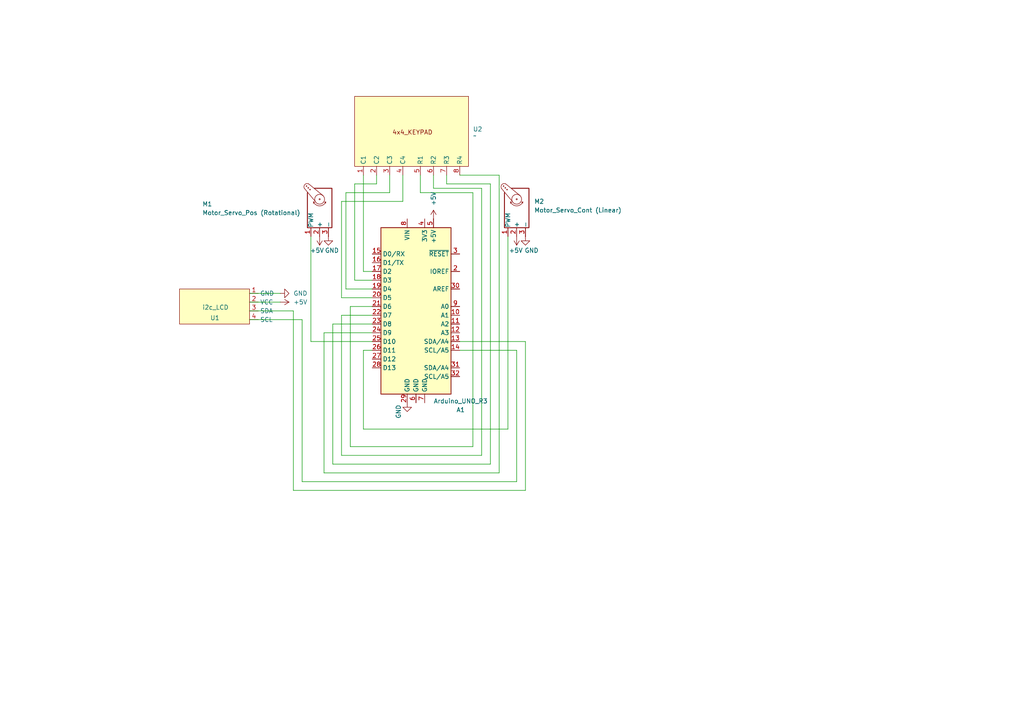
<source format=kicad_sch>
(kicad_sch (version 20250114) (generator "eeschema") (generator_version "9.0")
  (paper "A4")
  (lib_symbols
    (symbol "4x4_keypad:4x4_keypad"
      (property "Reference" "U" (at -13.462 11.938 0))
      (symbol "4x4_keypad_1_1"
        (rectangle (start -16.51 10.16) (end 16.51 -10.16) (fill (type background)))
        (text "4x4_KEYPAD" (at 0.254 -0.254 0) (effects (font (size 1.27 1.27))))
        (pin output line (at -13.97 -12.7 90) (length 2.54) (name "C1") (number "1"))
        (pin output line (at -10.16 -12.7 90) (length 2.54) (name "C2") (number "2"))
        (pin output line (at -6.35 -12.7 90) (length 2.54) (name "C3") (number "3"))
        (pin output line (at -2.54 -12.7 90) (length 2.54) (name "C4") (number "4"))
        (pin output line (at 2.54 -12.7 90) (length 2.54) (name "R1") (number "5"))
        (pin output line (at 6.35 -12.7 90) (length 2.54) (name "R2") (number "6"))
        (pin output line (at 10.16 -12.7 90) (length 2.54) (name "R3") (number "7"))
        (pin output line (at 13.97 -12.7 90) (length 2.54) (name "R4") (number "8"))
      )
    )
    (symbol "MCU_Module:Arduino_UNO_R3"
      (property "Reference" "A" (at -10.16 23.495 0))
      (property "Value" "Arduino_UNO_R3" (at 5.08 -26.67 0))
      (symbol "Arduino_UNO_R3_0_1"
        (rectangle (start -10.16 22.86) (end 10.16 -25.4) (stroke (width 0.254)) (fill (type background)))
      )
      (symbol "Arduino_UNO_R3_1_1"
        (pin bidirectional line (at -12.7 15.24 0) (length 2.54) (name "D0/RX") (number "15"))
        (pin bidirectional line (at -12.7 12.7 0) (length 2.54) (name "D1/TX") (number "16"))
        (pin bidirectional line (at -12.7 10.16 0) (length 2.54) (name "D2") (number "17"))
        (pin bidirectional line (at -12.7 7.62 0) (length 2.54) (name "D3") (number "18"))
        (pin bidirectional line (at -12.7 5.08 0) (length 2.54) (name "D4") (number "19"))
        (pin bidirectional line (at -12.7 2.54 0) (length 2.54) (name "D5") (number "20"))
        (pin bidirectional line (at -12.7 0 0) (length 2.54) (name "D6") (number "21"))
        (pin bidirectional line (at -12.7 -2.54 0) (length 2.54) (name "D7") (number "22"))
        (pin bidirectional line (at -12.7 -5.08 0) (length 2.54) (name "D8") (number "23"))
        (pin bidirectional line (at -12.7 -7.62 0) (length 2.54) (name "D9") (number "24"))
        (pin bidirectional line (at -12.7 -10.16 0) (length 2.54) (name "D10") (number "25"))
        (pin bidirectional line (at -12.7 -12.7 0) (length 2.54) (name "D11") (number "26"))
        (pin bidirectional line (at -12.7 -15.24 0) (length 2.54) (name "D12") (number "27"))
        (pin bidirectional line (at -12.7 -17.78 0) (length 2.54) (name "D13") (number "28"))
        (pin no_connect line (at -10.16 -20.32 0) (length 2.54) (hide yes) (name "NC") (number "1"))
        (pin power_in line (at -2.54 25.4 270) (length 2.54) (name "VIN") (number "8"))
        (pin power_in line (at -2.54 -27.94 90) (length 2.54) (name "GND") (number "29"))
        (pin power_in line (at 0 -27.94 90) (length 2.54) (name "GND") (number "6"))
        (pin power_out line (at 2.54 25.4 270) (length 2.54) (name "3V3") (number "4"))
        (pin power_in line (at 2.54 -27.94 90) (length 2.54) (name "GND") (number "7"))
        (pin power_out line (at 5.08 25.4 270) (length 2.54) (name "+5V") (number "5"))
        (pin input line (at 12.7 15.24 180) (length 2.54) (name "~{RESET}") (number "3"))
        (pin output line (at 12.7 10.16 180) (length 2.54) (name "IOREF") (number "2"))
        (pin input line (at 12.7 5.08 180) (length 2.54) (name "AREF") (number "30"))
        (pin bidirectional line (at 12.7 0 180) (length 2.54) (name "A0") (number "9"))
        (pin bidirectional line (at 12.7 -2.54 180) (length 2.54) (name "A1") (number "10"))
        (pin bidirectional line (at 12.7 -5.08 180) (length 2.54) (name "A2") (number "11"))
        (pin bidirectional line (at 12.7 -7.62 180) (length 2.54) (name "A3") (number "12"))
        (pin bidirectional line (at 12.7 -10.16 180) (length 2.54) (name "SDA/A4") (number "13"))
        (pin bidirectional line (at 12.7 -12.7 180) (length 2.54) (name "SCL/A5") (number "14"))
        (pin bidirectional line (at 12.7 -17.78 180) (length 2.54) (name "SDA/A4") (number "31"))
        (pin bidirectional line (at 12.7 -20.32 180) (length 2.54) (name "SCL/A5") (number "32"))
      )
    )
    (symbol "Motor:Motor_Servo" (pin_names (offset 0.0254))
      (property "Reference" "M" (at -5.08 4.445 0))
      (property "Value" "Motor_Servo" (at -5.08 -4.064 0))
      (symbol "Motor_Servo_0_1"
        (polyline (pts (xy 2.413 1.778) (xy 1.905 1.778)))
        (polyline (pts (xy 2.413 1.778) (xy 2.286 1.397)))
        (polyline (pts (xy 2.413 -1.778) (xy 2.032 -1.778)))
        (polyline (pts (xy 2.413 -1.778) (xy 2.286 -1.397)))
        (arc (start 2.413 -1.778) (mid 1.2406 0) (end 2.413 1.778))
        (circle (center 3.175 0) (radius 0.1778))
        (circle (center 3.175 0) (radius 1.4224))
        (polyline (pts (xy 5.08 3.556) (xy -5.08 3.556) (xy -5.08 -3.556) (xy 6.35 -3.556) (xy 6.35 1.524)) (stroke (width 0.254)))
        (circle (center 5.969 2.794) (radius 0.127))
        (polyline (pts (xy 6.35 4.445) (xy 2.54 1.27)))
        (circle (center 6.477 3.302) (radius 0.127))
        (arc (start 6.35 4.445) (mid 7.4487 4.2737) (end 7.62 3.175))
        (circle (center 6.985 3.81) (radius 0.127))
        (polyline (pts (xy 7.62 3.175) (xy 4.191 -1.016)))
      )
      (symbol "Motor_Servo_1_1"
        (pin passive line (at -7.62 2.54 0) (length 2.54) (name "PWM") (number "1"))
        (pin passive line (at -7.62 0 0) (length 2.54) (name "+") (number "2"))
        (pin passive line (at -7.62 -2.54 0) (length 2.54) (name "-") (number "3"))
      )
    )
    (symbol "i2c_LCD:i2c_LCD"
      (property "Reference" "U" (at 0 3.556 0))
      (property "Value" "i2c_LCD" (at 0 0 0))
      (symbol "i2c_LCD_1_1"
        (rectangle (start -10.16 5.08) (end 10.16 -5.08) (fill (type background)))
        (pin input line (at 10.16 3.81 0) (length 2.54) (name "GND") (number "1"))
        (pin input line (at 10.16 1.27 0) (length 2.54) (name "VCC") (number "2"))
        (pin input line (at 10.16 -1.27 0) (length 2.54) (name "SDA") (number "3"))
        (pin input line (at 10.16 -3.81 0) (length 2.54) (name "SCL") (number "4"))
      )
    )
    (symbol "power:+5V" (power) (pin_numbers (hide yes)) (pin_names (offset 0) (hide yes))
      (property "Value" "+5V" (at 0 3.556 0))
      (symbol "+5V_0_1"
        (polyline (pts (xy -0.762 1.27) (xy 0 2.54)))
        (polyline (pts (xy 0 2.54) (xy 0.762 1.27)))
        (polyline (pts (xy 0 0) (xy 0 2.54)))
      )
      (symbol "+5V_1_1"
        (pin power_in line (at 0 0 90) (length 0) (name "~") (number "1"))
      )
    )
    (symbol "power:GND" (power) (pin_numbers (hide yes)) (pin_names (offset 0) (hide yes))
      (property "Value" "GND" (at 0 -3.81 0))
      (symbol "GND_0_1"
        (polyline (pts (xy 0 0) (xy 0 -1.27) (xy 1.27 -1.27) (xy 0 -2.54) (xy -1.27 -1.27) (xy 0 -1.27)))
      )
      (symbol "GND_1_1"
        (pin power_in line (at 0 0 270) (length 0) (name "~") (number "1"))
      )
    )
  )
  (wire (pts (xy 142.24 53.34) (xy 142.24 134.62)))
  (wire (pts (xy 105.41 124.46) (xy 105.41 101.6)))
  (wire (pts (xy 133.35 99.06) (xy 152.4 99.06)))
  (wire (pts (xy 147.32 124.46) (xy 105.41 124.46)))
  (wire (pts (xy 105.41 101.6) (xy 107.95 101.6)))
  (wire (pts (xy 109.22 50.8) (xy 109.22 53.34)))
  (wire (pts (xy 139.7 54.61) (xy 139.7 132.08)))
  (wire (pts (xy 116.84 58.42) (xy 99.06 58.42)))
  (wire (pts (xy 72.39 85.09) (xy 81.28 85.09)))
  (wire (pts (xy 139.7 132.08) (xy 99.06 132.08)))
  (wire (pts (xy 129.54 53.34) (xy 142.24 53.34)))
  (wire (pts (xy 96.52 134.62) (xy 96.52 93.98)))
  (wire (pts (xy 121.92 50.8) (xy 121.92 55.88)))
  (wire (pts (xy 99.06 86.36) (xy 107.95 86.36)))
  (wire (pts (xy 85.09 142.24) (xy 85.09 90.17)))
  (wire (pts (xy 90.17 99.06) (xy 107.95 99.06)))
  (wire (pts (xy 116.84 50.8) (xy 116.84 58.42)))
  (wire (pts (xy 93.98 96.52) (xy 107.95 96.52)))
  (wire (pts (xy 152.4 142.24) (xy 85.09 142.24)))
  (wire (pts (xy 87.63 139.7) (xy 149.86 139.7)))
  (wire (pts (xy 99.06 58.42) (xy 99.06 86.36)))
  (wire (pts (xy 85.09 90.17) (xy 72.39 90.17)))
  (wire (pts (xy 144.78 50.8) (xy 144.78 137.16)))
  (wire (pts (xy 72.39 92.71) (xy 87.63 92.71)))
  (wire (pts (xy 129.54 50.8) (xy 129.54 53.34)))
  (wire (pts (xy 90.17 68.58) (xy 90.17 99.06)))
  (wire (pts (xy 113.03 50.8) (xy 113.03 55.88)))
  (wire (pts (xy 105.41 50.8) (xy 105.41 78.74)))
  (wire (pts (xy 142.24 134.62) (xy 96.52 134.62)))
  (wire (pts (xy 137.16 129.54) (xy 101.6 129.54)))
  (wire (pts (xy 149.86 101.6) (xy 133.35 101.6)))
  (wire (pts (xy 149.86 139.7) (xy 149.86 101.6)))
  (wire (pts (xy 100.33 83.82) (xy 107.95 83.82)))
  (wire (pts (xy 113.03 55.88) (xy 100.33 55.88)))
  (wire (pts (xy 125.73 50.8) (xy 125.73 54.61)))
  (wire (pts (xy 99.06 91.44) (xy 107.95 91.44)))
  (wire (pts (xy 100.33 55.88) (xy 100.33 83.82)))
  (wire (pts (xy 125.73 54.61) (xy 139.7 54.61)))
  (wire (pts (xy 99.06 132.08) (xy 99.06 91.44)))
  (wire (pts (xy 147.32 68.58) (xy 147.32 124.46)))
  (wire (pts (xy 121.92 55.88) (xy 137.16 55.88)))
  (wire (pts (xy 102.87 53.34) (xy 102.87 81.28)))
  (wire (pts (xy 96.52 93.98) (xy 107.95 93.98)))
  (wire (pts (xy 87.63 92.71) (xy 87.63 139.7)))
  (wire (pts (xy 102.87 81.28) (xy 107.95 81.28)))
  (wire (pts (xy 137.16 55.88) (xy 137.16 129.54)))
  (wire (pts (xy 152.4 99.06) (xy 152.4 142.24)))
  (wire (pts (xy 105.41 78.74) (xy 107.95 78.74)))
  (wire (pts (xy 72.39 87.63) (xy 81.28 87.63)))
  (wire (pts (xy 101.6 129.54) (xy 101.6 88.9)))
  (wire (pts (xy 101.6 88.9) (xy 107.95 88.9)))
  (wire (pts (xy 109.22 53.34) (xy 102.87 53.34)))
  (wire (pts (xy 144.78 137.16) (xy 93.98 137.16)))
  (wire (pts (xy 93.98 137.16) (xy 93.98 96.52)))
  (wire (pts (xy 133.35 50.8) (xy 144.78 50.8)))
  (symbol (lib_id "Motor:Motor_Servo") (at 149.86 60.96 90) (unit 1)
    (property "Reference" "M2" (at 154.94 58.4338 90) (effects (justify right)))
    (property "Value" "Motor_Servo_Cont (Linear)" (at 154.94 60.9738 90) (effects (justify right)))
    (property "Footprint" "Servo:3-Pin Servo" (effects (hide yes)))
    (property "Datasheet" "http://forums.parallax.com/uploads/attachments/46831/74481.png" (effects (hide yes)))
    (property "Description" "Servo Motor (Futaba, HiTec, JR connector)" (effects (hide yes)))
  )
  (symbol (lib_id "power:+5V") (at 92.71 68.58 180) (unit 1)
    (property "Reference" "#PWR02" (effects (hide yes)))
    (property "Value" "+5V" (at 91.948 72.644 0))
    (property "Description" "Power symbol creates a global label with name \"+5V\"" (effects (hide yes)))
  )
  (symbol (lib_id "Motor:Motor_Servo") (at 92.71 60.96 90) (unit 1)
    (property "Reference" "M1" (at 58.674 59.182 90) (effects (justify right)))
    (property "Value" "Motor_Servo_Pos (Rotational)" (at 58.674 61.722 90) (effects (justify right)))
    (property "Footprint" "Servo:3-Pin Servo" (effects (hide yes)))
    (property "Datasheet" "http://forums.parallax.com/uploads/attachments/46831/74481.png" (effects (hide yes)))
    (property "Description" "Servo Motor (Futaba, HiTec, JR connector)" (effects (hide yes)))
  )
  (symbol (lib_id "power:+5V") (at 149.86 68.58 180) (unit 1)
    (property "Reference" "#PWR03" (effects (hide yes)))
    (property "Value" "+5V" (at 149.606 72.644 0))
    (property "Description" "Power symbol creates a global label with name \"+5V\"" (effects (hide yes)))
  )
  (symbol (lib_id "power:GND") (at 118.11 116.84 0) (unit 1)
    (property "Reference" "#PWR08" (effects (hide yes)))
    (property "Value" "GND" (at 115.57 117.348 90) (effects (justify right)))
    (property "Description" "Power symbol creates a global label with name \"GND\" , ground" (effects (hide yes)))
  )
  (symbol (lib_id "4x4_keypad:4x4_keypad") (at 119.38 38.1 0) (unit 1)
    (property "Reference" "U2" (at 137.16 37.4649 0) (effects (justify left)))
    (property "Value" "~" (at 137.16 39.37 0) (effects (justify left)))
    (property "Footprint" "Keypad:4x4 16 Button Keypad" (effects (hide yes)))
  )
  (symbol (lib_id "power:GND") (at 81.28 85.09 90) (unit 1)
    (property "Reference" "#PWR05" (effects (hide yes)))
    (property "Value" "GND" (at 85.09 85.0899 90) (effects (justify right)))
    (property "Description" "Power symbol creates a global label with name \"GND\" , ground" (effects (hide yes)))
  )
  (symbol (lib_id "power:GND") (at 95.25 68.58 0) (unit 1)
    (property "Reference" "#PWR06" (effects (hide yes)))
    (property "Value" "GND" (at 96.266 72.644 0))
    (property "Description" "Power symbol creates a global label with name \"GND\" , ground" (effects (hide yes)))
  )
  (symbol (lib_id "power:GND") (at 152.4 68.58 0) (unit 1)
    (property "Reference" "#PWR07" (effects (hide yes)))
    (property "Value" "GND" (at 154.178 72.644 0))
    (property "Description" "Power symbol creates a global label with name \"GND\" , ground" (effects (hide yes)))
  )
  (symbol (lib_id "MCU_Module:Arduino_UNO_R3") (at 120.65 88.9 0) (unit 1)
    (property "Reference" "A1" (at 133.604 118.872 0))
    (property "Value" "Arduino_UNO_R3" (at 133.604 116.332 0))
    (property "Footprint" "Arduino_UNOR3:ARDUINO_ARDUINO_UNO_REV3" (effects (hide yes)))
    (property "Datasheet" "https://www.arduino.cc/en/Main/arduinoBoardUno" (effects (hide yes)))
    (property "Description" "Arduino UNO Microcontroller Module, release 3" (effects (hide yes)))
  )
  (symbol (lib_id "i2c_LCD:i2c_LCD") (at 62.23 88.9 0) (unit 1)
    (property "Reference" "U1" (at 60.96 92.202 0) (effects (justify left)))
    (property "Value" "i2c_LCD" (at 58.674 89.154 0) (effects (justify left)))
    (property "Footprint" "i2c_LCD:i2c_LCD" (effects (hide yes)))
  )
  (symbol (lib_id "power:+5V") (at 81.28 87.63 270) (unit 1)
    (property "Reference" "#PWR04" (effects (hide yes)))
    (property "Value" "+5V" (at 85.09 87.6299 90) (effects (justify left)))
    (property "Description" "Power symbol creates a global label with name \"+5V\"" (effects (hide yes)))
  )
  (symbol (lib_id "power:+5V") (at 125.73 63.5 0) (unit 1)
    (property "Reference" "#PWR01" (effects (hide yes)))
    (property "Value" "+5V" (at 125.7299 59.69 90) (effects (justify left)))
    (property "Description" "Power symbol creates a global label with name \"+5V\"" (effects (hide yes)))
  )
)
</source>
